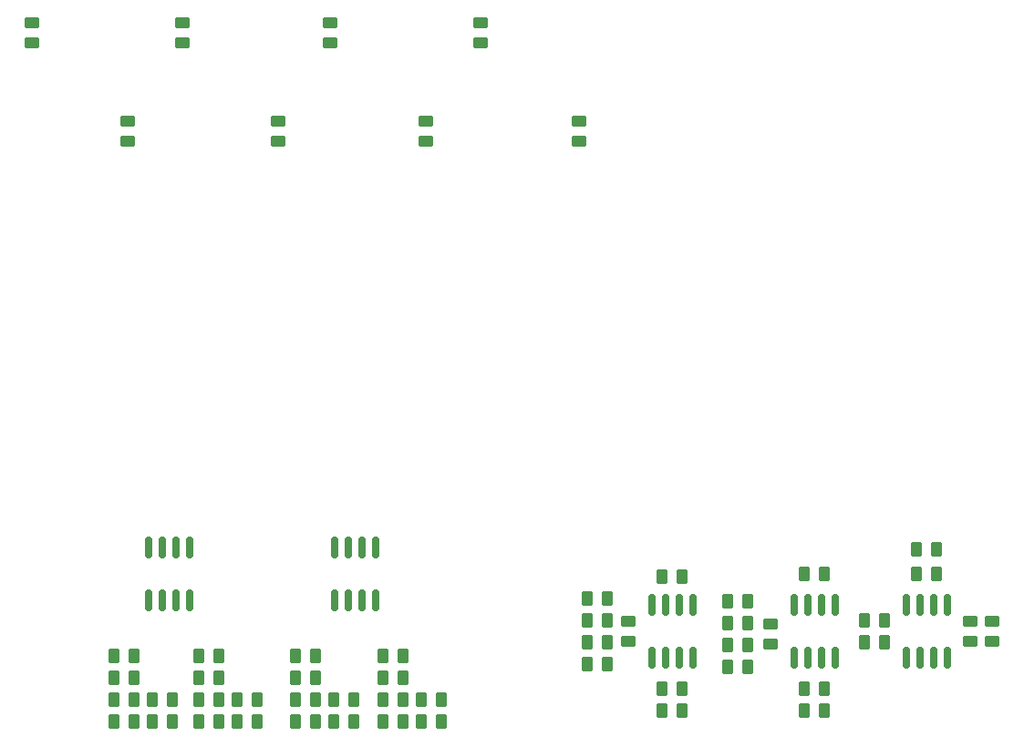
<source format=gbr>
%TF.GenerationSoftware,KiCad,Pcbnew,(6.0.0-0)*%
%TF.CreationDate,2022-12-13T14:04:23-05:00*%
%TF.ProjectId,mixer,6d697865-722e-46b6-9963-61645f706362,rev?*%
%TF.SameCoordinates,Original*%
%TF.FileFunction,Paste,Bot*%
%TF.FilePolarity,Positive*%
%FSLAX46Y46*%
G04 Gerber Fmt 4.6, Leading zero omitted, Abs format (unit mm)*
G04 Created by KiCad (PCBNEW (6.0.0-0)) date 2022-12-13 14:04:23*
%MOMM*%
%LPD*%
G01*
G04 APERTURE LIST*
G04 Aperture macros list*
%AMRoundRect*
0 Rectangle with rounded corners*
0 $1 Rounding radius*
0 $2 $3 $4 $5 $6 $7 $8 $9 X,Y pos of 4 corners*
0 Add a 4 corners polygon primitive as box body*
4,1,4,$2,$3,$4,$5,$6,$7,$8,$9,$2,$3,0*
0 Add four circle primitives for the rounded corners*
1,1,$1+$1,$2,$3*
1,1,$1+$1,$4,$5*
1,1,$1+$1,$6,$7*
1,1,$1+$1,$8,$9*
0 Add four rect primitives between the rounded corners*
20,1,$1+$1,$2,$3,$4,$5,0*
20,1,$1+$1,$4,$5,$6,$7,0*
20,1,$1+$1,$6,$7,$8,$9,0*
20,1,$1+$1,$8,$9,$2,$3,0*%
G04 Aperture macros list end*
%ADD10RoundRect,0.250000X0.262500X0.450000X-0.262500X0.450000X-0.262500X-0.450000X0.262500X-0.450000X0*%
%ADD11RoundRect,0.250000X-0.262500X-0.450000X0.262500X-0.450000X0.262500X0.450000X-0.262500X0.450000X0*%
%ADD12RoundRect,0.150000X0.150000X-0.825000X0.150000X0.825000X-0.150000X0.825000X-0.150000X-0.825000X0*%
%ADD13RoundRect,0.250000X0.450000X-0.262500X0.450000X0.262500X-0.450000X0.262500X-0.450000X-0.262500X0*%
%ADD14RoundRect,0.150000X-0.150000X0.825000X-0.150000X-0.825000X0.150000X-0.825000X0.150000X0.825000X0*%
%ADD15RoundRect,0.250000X-0.450000X0.262500X-0.450000X-0.262500X0.450000X-0.262500X0.450000X0.262500X0*%
G04 APERTURE END LIST*
D10*
%TO.C,R12*%
X74626500Y-118462000D03*
X72801500Y-118462000D03*
%TD*%
%TO.C,R49*%
X113742500Y-123542000D03*
X111917500Y-123542000D03*
%TD*%
D11*
%TO.C,R46*%
X111917500Y-121510000D03*
X113742500Y-121510000D03*
%TD*%
D10*
%TO.C,R38*%
X119330500Y-117192000D03*
X117505500Y-117192000D03*
%TD*%
%TO.C,R50*%
X113742500Y-110842000D03*
X111917500Y-110842000D03*
%TD*%
%TO.C,R22*%
X66498500Y-124558000D03*
X64673500Y-124558000D03*
%TD*%
%TO.C,R40*%
X93573000Y-115160000D03*
X91748000Y-115160000D03*
%TD*%
%TO.C,R30*%
X70054500Y-124558000D03*
X68229500Y-124558000D03*
%TD*%
D12*
%TO.C,U5*%
X125149000Y-118651000D03*
X123879000Y-118651000D03*
X122609000Y-118651000D03*
X121339000Y-118651000D03*
X121339000Y-113701000D03*
X122609000Y-113701000D03*
X123879000Y-113701000D03*
X125149000Y-113701000D03*
%TD*%
D10*
%TO.C,R11*%
X66498500Y-118462000D03*
X64673500Y-118462000D03*
%TD*%
%TO.C,R23*%
X74626500Y-122526000D03*
X72801500Y-122526000D03*
%TD*%
D11*
%TO.C,R14*%
X55680000Y-120494000D03*
X57505000Y-120494000D03*
%TD*%
D10*
%TO.C,R51*%
X124156500Y-108556000D03*
X122331500Y-108556000D03*
%TD*%
D13*
%TO.C,R7*%
X67872000Y-61462500D03*
X67872000Y-59637500D03*
%TD*%
D14*
%TO.C,U4*%
X110925000Y-113701000D03*
X112195000Y-113701000D03*
X113465000Y-113701000D03*
X114735000Y-113701000D03*
X114735000Y-118651000D03*
X113465000Y-118651000D03*
X112195000Y-118651000D03*
X110925000Y-118651000D03*
%TD*%
D10*
%TO.C,R47*%
X124156500Y-110842000D03*
X122331500Y-110842000D03*
%TD*%
D11*
%TO.C,R13*%
X47806000Y-120494000D03*
X49631000Y-120494000D03*
%TD*%
D15*
%TO.C,R1*%
X49076000Y-68781500D03*
X49076000Y-70606500D03*
%TD*%
D13*
%TO.C,R6*%
X54156000Y-61462500D03*
X54156000Y-59637500D03*
%TD*%
D12*
%TO.C,U3*%
X72063000Y-113317000D03*
X70793000Y-113317000D03*
X69523000Y-113317000D03*
X68253000Y-113317000D03*
X68253000Y-108367000D03*
X69523000Y-108367000D03*
X70793000Y-108367000D03*
X72063000Y-108367000D03*
%TD*%
D15*
%TO.C,R44*%
X127308000Y-115263500D03*
X127308000Y-117088500D03*
%TD*%
D10*
%TO.C,R29*%
X70054500Y-122526000D03*
X68229500Y-122526000D03*
%TD*%
%TO.C,R42*%
X93573000Y-119224000D03*
X91748000Y-119224000D03*
%TD*%
%TO.C,R9*%
X49631000Y-118462000D03*
X47806000Y-118462000D03*
%TD*%
D15*
%TO.C,R4*%
X90986000Y-68781500D03*
X90986000Y-70606500D03*
%TD*%
D10*
%TO.C,R34*%
X106630500Y-115414000D03*
X104805500Y-115414000D03*
%TD*%
%TO.C,R10*%
X57505000Y-118462000D03*
X55680000Y-118462000D03*
%TD*%
D12*
%TO.C,U2*%
X54791000Y-113317000D03*
X53521000Y-113317000D03*
X52251000Y-113317000D03*
X50981000Y-113317000D03*
X50981000Y-108367000D03*
X52251000Y-108367000D03*
X53521000Y-108367000D03*
X54791000Y-108367000D03*
%TD*%
D10*
%TO.C,R27*%
X61061000Y-122526000D03*
X59236000Y-122526000D03*
%TD*%
%TO.C,R36*%
X106630500Y-119478000D03*
X104805500Y-119478000D03*
%TD*%
%TO.C,R21*%
X66498500Y-122526000D03*
X64673500Y-122526000D03*
%TD*%
D13*
%TO.C,R5*%
X40186000Y-61462500D03*
X40186000Y-59637500D03*
%TD*%
D10*
%TO.C,R41*%
X93573000Y-117192000D03*
X91748000Y-117192000D03*
%TD*%
%TO.C,R31*%
X78182500Y-122526000D03*
X76357500Y-122526000D03*
%TD*%
D11*
%TO.C,R15*%
X64673500Y-120494000D03*
X66498500Y-120494000D03*
%TD*%
%TO.C,R48*%
X98709500Y-121510000D03*
X100534500Y-121510000D03*
%TD*%
D15*
%TO.C,R52*%
X129340000Y-115263500D03*
X129340000Y-117088500D03*
%TD*%
D11*
%TO.C,R16*%
X72801500Y-120494000D03*
X74626500Y-120494000D03*
%TD*%
D10*
%TO.C,R39*%
X93573000Y-113128000D03*
X91748000Y-113128000D03*
%TD*%
%TO.C,R17*%
X49631000Y-124558000D03*
X47806000Y-124558000D03*
%TD*%
D13*
%TO.C,R8*%
X81842000Y-61462500D03*
X81842000Y-59637500D03*
%TD*%
D10*
%TO.C,R37*%
X119330500Y-115160000D03*
X117505500Y-115160000D03*
%TD*%
%TO.C,R32*%
X78182500Y-124558000D03*
X76357500Y-124558000D03*
%TD*%
D13*
%TO.C,R43*%
X108766000Y-117342500D03*
X108766000Y-115517500D03*
%TD*%
D15*
%TO.C,R2*%
X63046000Y-68781500D03*
X63046000Y-70606500D03*
%TD*%
D10*
%TO.C,R18*%
X49631000Y-122526000D03*
X47806000Y-122526000D03*
%TD*%
%TO.C,R20*%
X57505000Y-124558000D03*
X55680000Y-124558000D03*
%TD*%
%TO.C,R33*%
X106630500Y-113382000D03*
X104805500Y-113382000D03*
%TD*%
D13*
%TO.C,R45*%
X95558000Y-117088500D03*
X95558000Y-115263500D03*
%TD*%
D10*
%TO.C,R19*%
X57505000Y-122526000D03*
X55680000Y-122526000D03*
%TD*%
%TO.C,R54*%
X100534500Y-111096000D03*
X98709500Y-111096000D03*
%TD*%
%TO.C,R35*%
X106630500Y-117446000D03*
X104805500Y-117446000D03*
%TD*%
%TO.C,R26*%
X53187000Y-122526000D03*
X51362000Y-122526000D03*
%TD*%
%TO.C,R53*%
X100534500Y-123542000D03*
X98709500Y-123542000D03*
%TD*%
%TO.C,R25*%
X53187000Y-124558000D03*
X51362000Y-124558000D03*
%TD*%
%TO.C,R24*%
X74626500Y-124558000D03*
X72801500Y-124558000D03*
%TD*%
D14*
%TO.C,U6*%
X97717000Y-113701000D03*
X98987000Y-113701000D03*
X100257000Y-113701000D03*
X101527000Y-113701000D03*
X101527000Y-118651000D03*
X100257000Y-118651000D03*
X98987000Y-118651000D03*
X97717000Y-118651000D03*
%TD*%
D15*
%TO.C,R3*%
X76762000Y-68781500D03*
X76762000Y-70606500D03*
%TD*%
D10*
%TO.C,R28*%
X61061000Y-124558000D03*
X59236000Y-124558000D03*
%TD*%
M02*

</source>
